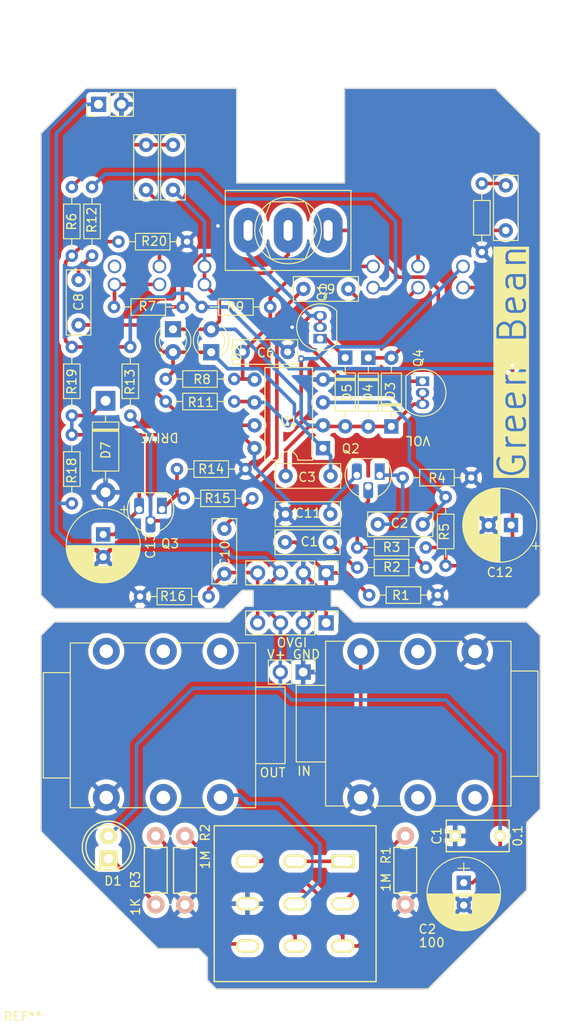
<source format=kicad_pcb>
(kicad_pcb (version 20221018) (generator pcbnew)
  (layers (0 "F.Cu" signal) (31 "B.Cu" signal) (34 "B.Paste" user) (35 "F.Paste" user) (36 "B.SilkS" user "B.Silkscreen") (37 "F.SilkS" user "F.Silkscreen") (38 "B.Mask" user) (39 "F.Mask" user) (44 "Edge.Cuts" user))
  (net 0 "")
  (net 1 "Net-(C1-Pad2)")
  (net 2 "Net-(Q2-E)")
  (net 3 "Net-(U1A-+)")
  (net 4 "A")
  (net 5 "Net-(C4-Pad1)")
  (net 6 "B")
  (net 7 "Net-(C5-Pad2)")
  (net 8 "Net-(U1B-+)")
  (net 9 "Net-(C7-Pad1)")
  (net 10 "Net-(C7-Pad2)")
  (net 11 "Net-(C8-Pad1)")
  (net 12 "Net-(C8-Pad2)")
  (net 13 "Net-(C9-Pad1)")
  (net 14 "Net-(Q3-B)")
  (net 15 "Net-(C10-Pad1)")
  (net 16 "+9V")
  (net 17 "Net-(D3-A)")
  (net 18 "Net-(D5-K)")
  (net 19 "VC")
  (net 20 "Net-(Q1-D)")
  (net 21 "Net-(Q2-B)")
  (net 22 "VB")
  (net 23 "Net-(DRIVE1-Pad2)")
  (net 24 "Net-(U1B--)")
  (net 25 "Net-(R12-Pad2)")
  (net 26 "Net-(Q3-E)")
  (net 27 "GND")
  (net 28 "{slash}I")
  (net 29 "{slash}O")
  (net 31 "Net-(D1-Pad1)")
  (net 32 "Net-(J2-Pad2)")
  (net 33 "Net-(J3-Pad2)")
  (net 34 "Net-(R3-Pad2)")
  (net 35 "Net-(SW1-Pad1)")
  (net 36 "/O")
  (net 37 "/I")
  (footprint "Package_TO_SOT_THT:TO-92_Inline" (layer "F.Cu") (at 164 85.5 -90)
    (fp_text reference "Q4")
    (fp_text value "2N7000")
  )
  (footprint "Resistor_THT:R_Axial_DIN0204_L3.6mm_D1.6mm_P7.62mm_Horizontal" (layer "F.Cu") (at 132.59 109.4)
    (fp_text reference "R16")
    (fp_text value "10k")
  )
  (footprint "Resistor_THT:R_Axial_DIN0204_L3.6mm_D1.6mm_P7.62mm_Horizontal" (layer "F.Cu") (at 164.36 106.18 180)
    (fp_text reference "R2")
    (fp_text value "1k")
  )
  (footprint "Resistor_THT:R_Axial_DIN0204_L3.6mm_D1.6mm_P7.62mm_Horizontal" (layer "F.Cu") (at 125 81.69 -90)
    (fp_text reference "R19")
    (fp_text value "10k")
  )
  (footprint "Resistor_THT:R_Axial_DIN0204_L3.6mm_D1.6mm_P7.62mm_Horizontal" (layer "F.Cu") (at 131.5 89.31 90)
    (fp_text reference "R13")
    (fp_text value "510k")
  )
  (footprint "Capacitor_THT:C_Disc_D7.0mm_W2.5mm_P5.00mm" (layer "F.Cu") (at 141.96 101.88 -90)
    (fp_text reference "C10")
    (fp_text value "1u")
  )
  (footprint "Diode_THT:D_DO-35_SOD27_P7.62mm_Horizontal" (layer "F.Cu") (at 157.97 82.9 -90)
    (fp_text reference "D4")
    (fp_text value "1N914" hide)
  )
  (footprint "Capacitor_THT:C_Disc_D7.0mm_W2.5mm_P5.00mm" (layer "F.Cu") (at 173.25 63.75 -90)
    (fp_text reference "C7" hide)
    (fp_text value "220n" hide)
  )
  (footprint "Resistor_THT:R_Axial_DIN0204_L3.6mm_D1.6mm_P7.62mm_Horizontal" (layer "F.Cu") (at 165.68 109.24 180)
    (fp_text reference "R1")
    (fp_text value "1M")
  )
  (footprint "Connectors:NMJ6HCD2" (layer "F.Cu") (at 128.83 131.71 90)
    (fp_text reference "J3" hide)
    (fp_text value "OUT")
  )
  (footprint "Resistor_THT:R_Axial_DIN0204_L3.6mm_D1.6mm_P7.62mm_Horizontal" (layer "F.Cu") (at 156.74 103.96)
    (fp_text reference "R3")
    (fp_text value "510k")
  )
  (footprint "Capacitors_ThroughHole:C_Rect_L7_W3.5_P5" (layer "F.Cu") (at 167.63 135.98)
    (fp_text reference "C1")
    (fp_text value "0.1")
  )
  (footprint "Pedal-Components:Potentiometer_ALPHA_RV16106N" (layer "F.Cu") (at 163.5 56.25)
    (fp_text reference "TONE" hide)
    (fp_text value "20KB" hide)
  )
  (footprint "Capacitor_THT:C_Disc_D7.0mm_W2.5mm_P5.00mm" (layer "F.Cu") (at 155.75 75.25 180)
    (fp_text reference "C9")
    (fp_text value "100n")
  )
  (footprint "KiCad Lib:1590B" (layer "F.Cu") (at 119.543692 155.529085)
    (fp_text reference "REF**")
    (fp_text value "1590B")
  )
  (footprint "KiCad Lib:3PDT-Footswitch" (layer "F.Cu") (at 149.83 143.505 180)
    (fp_text reference "SW1" hide)
    (fp_text value "SW_3PDT" hide)
  )
  (footprint "Capacitor_THT:C_Disc_D7.0mm_W2.5mm_P5.00mm" (layer "F.Cu") (at 148.77 96.01)
    (fp_text reference "C3")
    (fp_text value "51p")
  )
  (footprint "Resistor_THT:R_Axial_DIN0204_L3.6mm_D1.6mm_P7.62mm_Horizontal" (layer "F.Cu") (at 125 71.56 90)
    (fp_text reference "R6")
    (fp_text value "4k7")
  )
  (footprint "Capacitor_THT:C_Disc_D7.0mm_W2.5mm_P5.00mm" (layer "F.Cu") (at 159.02 101.38)
    (fp_text reference "C2")
    (fp_text value "1u")
  )
  (footprint "Package_TO_SOT_THT:TO-92_Inline" (layer "F.Cu") (at 152.61 80.77 90)
    (fp_text reference "Q1")
    (fp_text value "2N7000")
  )
  (footprint "Capacitor_THT:C_Disc_D7.0mm_W2.5mm_P5.00mm" (layer "F.Cu") (at 133.25 59.25 -90)
    (fp_text reference "C5" hide)
    (fp_text value "150n" hide)
  )
  (footprint "Resistor_THT:R_Axial_DIN0204_L3.6mm_D1.6mm_P7.62mm_Horizontal" (layer "F.Cu") (at 166.57 98.36 -90)
    (fp_text reference "R5")
    (fp_text value "10k")
  )
  (footprint "Package_DIP:DIP-8_W7.62mm" (layer "F.Cu") (at 152.93 92.93 180)
    (fp_text reference "U1")
    (fp_text value "RC4558")
  )
  (footprint "Pin_Headers:Pin_Header_Straight_1x04_Pitch2.54mm" (layer "F.Cu") (at 153.28 112.33 -90)
    (fp_text reference "JOVGI1" hide)
    (fp_text value "OVGI")
  )
  (footprint "Resistor_THT:R_Axial_DIN0204_L3.6mm_D1.6mm_P7.62mm_Horizontal" (layer "F.Cu") (at 170.59 71.16 90)
    (fp_text reference "R10" hide)
    (fp_text value "220R" hide)
  )
  (footprint "Pedal-Components:Potentiometer_ALPHA_RV16106N" (layer "F.Cu") (at 134.75 91.25 180)
    (fp_text reference "DRIVE")
    (fp_text value "500KA")
  )
  (footprint "Resistor_THT:R_Axial_DIN0204_L3.6mm_D1.6mm_P7.62mm_Horizontal" (layer "F.Cu") (at 135.44 85.25)
    (fp_text reference "R8")
    (fp_text value "1k")
  )
  (footprint "Pedal-Components:Potentiometer_ALPHA_RV16106N" (layer "F.Cu") (at 134.75 56.25)
    (fp_text reference "LOW" hide)
    (fp_text value "20KB" hide)
  )
  (footprint "Hammond:SW_Toggle_Blue_wSlots" (layer "F.Cu") (at 149.05 68.75 180)
    (fp_text reference "SW1" hide)
    (fp_text value "SW_SPDT" hide)
  )
  (footprint "Resistor_THT:R_Axial_DIN0204_L3.6mm_D1.6mm_P7.62mm_Horizontal" (layer "F.Cu") (at 129.69 77.25)
    (fp_text reference "R7")
    (fp_text value "51k")
  )
  (footprint "LED_THT:LED_D3.0mm" (layer "F.Cu") (at 136.25 79.725 -90)
    (fp_text reference "D1" hide)
    (fp_text value "LED" hide)
  )
  (footprint "Diode_THT:D_DO-41_SOD81_P10.16mm_Horizontal" (layer "F.Cu") (at 128.75 87.67 -90)
    (fp_text reference "D7")
    (fp_text value "1N4001" hide)
  )
  (footprint "Resistor_THT:R_Axial_DIN0204_L3.6mm_D1.6mm_P7.62mm_Horizontal" (layer "F.Cu") (at 147.06 77.25 180)
    (fp_text reference "R9")
    (fp_text value "10k" hide)
  )
  (footprint "Pin_Headers:Pin_Header_Straight_1x02_Pitch2.54mm" (layer "F.Cu") (at 150.72 117.79 -90)
    (fp_text reference "J4" hide)
    (fp_text value "V+ GND")
  )
  (footprint "Diode_THT:D_DO-35_SOD27_P7.62mm_Horizontal" (layer "F.Cu") (at 155.4 82.88 -90)
    (fp_text reference "D5")
    (fp_text value "BAT41")
  )
  (footprint "Resistors_ThroughHole:Resistor_Horizontal_RM7mm" (layer "F.Cu") (at 137.58 136 -90)
    (fp_text reference "R2")
    (fp_text value "1M")
  )
  (footprint "Capacitor_THT:C_Disc_D7.0mm_W2.5mm_P5.00mm" (layer "F.Cu") (at 136.25 59.25 -90)
    (fp_text reference "C4" hide)
    (fp_text value "47n" hide)
  )
  (footprint "LEDs:LED-5MM" (layer "F.Cu") (at 129.08 138.52 90)
    (fp_text reference "D1")
    (fp_text value "LED" hide)
  )
  (footprint "Resistor_THT:R_Axial_DIN0204_L3.6mm_D1.6mm_P7.62mm_Horizontal" (layer "F.Cu") (at 127.25 71.56 90)
    (fp_text reference "R12")
    (fp_text value "1k" hide)
  )
  (footprint "Resistors_ThroughHole:Resistor_Horizontal_RM7mm" (layer "F.Cu") (at 134.33 143.6 90)
    (fp_text reference "R3")
    (fp_text value "1K")
  )
  (footprint "Capacitor_THT:C_Disc_D7.0mm_W2.5mm_P5.00mm" (layer "F.Cu") (at 125.75 79.25 90)
    (fp_text reference "C8")
    (fp_text value "1u")
  )
  (footprint "LED_THT:LED_D3.0mm" (layer "F.Cu") (at 140.5 82.275 90)
    (fp_text reference "D2")
    (fp_text value "LED" hide)
  )
  (footprint "Resistors_ThroughHole:Resistor_Horizontal_RM7mm" (layer "F.Cu") (at 162.08 135.98 -90)
    (fp_text reference "R1")
    (fp_text value "1M")
  )
  (footprint "Resistor_THT:R_Axial_DIN0204_L3.6mm_D1.6mm_P7.62mm_Horizontal" (layer "F.Cu") (at 144.31 95.25 180)
    (fp_text reference "R14")
    (fp_text value "10k")
  )
  (footprint "Package_TO_SOT_THT:TO-92L_HandSolder" (layer "F.Cu") (at 135.02 99.73 180)
    (fp_text reference "Q3")
    (fp_text value "Q_NPN_EBC" hide)
  )
  (footprint "Capacitor_THT:CP_Radial_D8.0mm_P2.50mm" (layer "F.Cu") (at 128.49 102.51 -90)
    (fp_text reference "C13")
    (fp_text value "C_Polarized" hide)
  )
  (footprint "Resistor_THT:R_Axial_DIN0204_L3.6mm_D1.6mm_P7.62mm_Horizontal" (layer "F.Cu") (at 125 91.44 -90)
    (fp_text reference "R18")
    (fp_text value "47R")
  )
  (footprint "Connectors:NMJ6HCD2" (layer "F.Cu") (at 169.83 115.51 -90)
    (fp_text reference "J2" hide)
    (fp_text value "IN")
  )
  (footprint "Capacitor_THT:C_Disc_D7.0mm_W2.5mm_P5.00mm" (layer "F.Cu") (at 148.71 103.37)
    (fp_text reference "C1")
    (fp_text value "20n")
  )
  (footprint "Package_TO_SOT_THT:TO-92L_HandSolder" (layer "F.Cu") (at 159.23 95.93 180)
    (fp_text reference "Q2")
    (fp_text value "Q_NPN_EBC" hide)
  )
  (footprint "Capacitor_THT:C_Disc_D7.0mm_W2.5mm_P5.00mm" (layer "F.Cu") (at 149 82.25 180)
    (fp_text reference "C6")
    (fp_text value "220n")
  )
  (footprint "Resistor_THT:R_Axial_DIN0204_L3.6mm_D1.6mm_P7.62mm_Horizontal" (layer "F.Cu") (at 143.06 87.75 180)
    (fp_text reference "R11")
    (fp_text value "1k")
  )
  (footprint "Diode_THT:D_DO-35_SOD27_P7.62mm_Horizontal" (layer "F.Cu") (at 160.53 90.52 90)
    (fp_text reference "D3")
    (fp_text value "1N914" hide)
  )
  (footprint "Pin_Headers:Pin_Header_Straight_1x02_Pitch2.54mm" (layer "F.Cu") (at 127.975 54.75 90)
    (fp_text reference "J1" hide)
    (fp_text value "V+ GND" hide)
  )
  (footprint "Resistor_THT:R_Axial_DIN0204_L3.6mm_D1.6mm_P7.62mm_Horizontal" (layer "F.Cu") (at 137.81 70 180)
    (fp_text reference "R20")
    (fp_text value "10k" hide)
  )
  (footprint "Capacitors_THT:CP_Radial_D8.0mm_P2.50mm" (layer "F.Cu") (at 168.58 141.18 -90)
    (fp_text reference "C2")
    (fp_text value "100")
  )
  (footprint "Pedal-Components:Potentiometer_ALPHA_RV16106N" (layer "F.Cu") (at 163.5 91.604168 180)
    (fp_text reference "VOL")
    (fp_text value "100KB")
  )
  (footprint "Resistor_THT:R_Axial_DIN0204_L3.6mm_D1.6mm_P7.62mm_Horizontal" (layer "F.Cu") (at 169.41 96.2 180)
    (fp_text reference "R4")
    (fp_text value "10k")
  )
  (footprint "Capacitor_THT:C_Disc_D7.0mm_W2.5mm_P5.00mm" (layer "F.Cu") (at 148.75 100.25)
    (fp_text reference "C11")
    (fp_text value "220n")
  )
  (footprint "Capacitor_THT:CP_Radial_D8.0mm_P2.50mm" (layer "F.Cu") (at 173.842651 101.47 180)
    (fp_text reference "C12")
    (fp_text value "C_Polarized" hide)
  )
  (footprint "Pin_Headers:Pin_Header_Straight_1x04_Pitch2.54mm" (layer "F.Cu") (at 153.28 106.78 -90)
    (fp_text reference "JOVGI2" hide)
    (fp_text value "OVGI" hide)
  )
  (footprint "Resistor_THT:R_Axial_DIN0204_L3.6mm_D1.6mm_P7.62mm_Horizontal" (layer "F.Cu") (at 137.44 98.5)
    (fp_text reference "R15")
    (fp_text value "100R")
  )
  (gr_line (start 144.28 110.48) (end 145.17 110.48) (stroke (width 0.15)) (layer "Edge.Cuts"))
  (gr_line (start 175.58 141.98) (end 164.58 152.98) (stroke (width 0.15)) (layer "Edge.Cuts"))
  (gr_line (start 175.58 134.48) (end 177.08 132.98) (stroke (width 0.15)) (layer "Edge.Cuts"))
  (gr_line (start 143.33 63.48) (end 155.33 63.48) (stroke (width 0.15)) (layer "Edge.Cuts"))
  (gr_line (start 121.58 135.48) (end 121.58 121.98) (stroke (width 0.15)) (layer "Edge.Cuts"))
  (gr_line (start 172.08 52.98) (end 177.08 57.98) (stroke (width 0.15)) (layer "Edge.Cuts"))
  (gr_line (start 154.58 110.48) (end 156.33 112.23) (stroke (width 0.15)) (layer "Edge.Cuts"))
  (gr_line (start 141.93 110.73) (end 123.08 110.73) (stroke (width 0.15)) (layer "Edge.Cuts"))
  (gr_line (start 175.58 110.73) (end 177.08 109.23) (stroke (width 0.15)) (layer "Edge.Cuts"))
  (gr_line (start 143.93 108.71) (end 141.93 110.73) (stroke (width 0.15)) (layer "Edge.Cuts"))
  (gr_line (start 177.08 85.98) (end 177.08 57.98) (stroke (width 0.15)) (layer "Edge.Cuts"))
  (gr_line (start 177.08 109.23) (end 177.08 85.98) (stroke (width 0.15)) (layer "Edge.Cuts"))
  (gr_line (start 141.08 152.98) (end 140.08 151.98) (stroke (width 0.15)) (layer "Edge.Cuts"))
  (gr_line (start 177.08 132.98) (end 177.08 113.73) (stroke (width 0.15)) (layer "Edge.Cuts"))
  (gr_line (start 155.08 108.73) (end 157.08 110.73) (stroke (width 0.15)) (layer "Edge.Cuts"))
  (gr_line (start 153.84 110.48) (end 154.58 110.48) (stroke (width 0.15)) (layer "Edge.Cuts"))
  (gr_line (start 155.33 63.48) (end 155.33 52.98) (stroke (width 0.15)) (layer "Edge.Cuts"))
  (gr_line (start 155.08 108.73) (end 153.84 108.73) (stroke (width 0.15)) (layer "Edge.Cuts"))
  (gr_line (start 141.08 152.98) (end 164.58 152.98) (stroke (width 0.15)) (layer "Edge.Cuts"))
  (gr_line (start 145.17 110.48) (end 145.17 108.71) (stroke (width 0.15)) (layer "Edge.Cuts"))
  (gr_line (start 123.08 110.73) (end 121.58 109.23) (stroke (width 0.15)) (layer "Edge.Cuts"))
  (gr_line (start 156.33 112.23) (end 171.33 112.23) (stroke (width 0.15)) (layer "Edge.Cuts"))
  (gr_line (start 134.58 148.48) (end 133.58 147.48) (stroke (width 0.15)) (layer "Edge.Cuts"))
  (gr_line (start 121.58 113.73) (end 121.58 121.98) (stroke (width 0.15)) (layer "Edge.Cuts"))
  (gr_line (start 140.08 149.48) (end 139.08 148.48) (stroke (width 0.15)) (layer "Edge.Cuts"))
  (gr_line (start 123.08 110.73) (end 123.08 110.73) (stroke (width 0.15)) (layer "Edge.Cuts"))
  (gr_line (start 140.08 151.98) (end 140.08 149.48) (stroke (width 0.15)) (layer "Edge.Cuts"))
  (gr_line (start 155.33 52.98) (end 172.08 52.98) (stroke (width 0.15)) (layer "Edge.Cuts"))
  (gr_line (start 142.53 112.23) (end 123.58 112.23) (stroke (width 0.15)) (layer "Edge.Cuts"))
  (gr_line (start 139.08 148.48) (end 135.08 148.48) (stroke (width 0.15)) (layer "Edge.Cuts"))
  (gr_line (start 123.08 112.23) (end 121.58 113.73) (stroke (width 0.15)) (layer "Edge.Cuts"))
  (gr_line (start 177.08 113.73) (end 175.58 112.23) (stroke (width 0.15)) (layer "Edge.Cuts"))
  (gr_line (start 175.58 134.48) (end 175.58 141.98) (stroke (width 0.15)) (layer "Edge.Cuts"))
  (gr_line (start 135.08 148.48) (end 134.58 148.48) (stroke (width 0.15)) (layer "Edge.Cuts"))
  (gr_line (start 143.33 52.98) (end 126.58 52.98) (stroke (width 0.15)) (layer "Edge.Cuts"))
  (gr_line (start 123.58 112.23) (end 123.08 112.23) (stroke (width 0.15)) (layer "Edge.Cuts"))
  (gr_line (start 153.84 108.73) (end 153.84 110.48) (stroke (width 0.15)) (layer "Edge.Cuts"))
  (gr_line (start 157.08 110.73) (end 175.58 110.73) (stroke (width 0.15)) (layer "Edge.Cuts"))
  (gr_line (start 121.58 57.98) (end 121.58 109.23) (stroke (width 0.15)) (layer "Edge.Cuts"))
  (gr_line (start 175.58 112.23) (end 171.33 112.23) (stroke (width 0.15)) (layer "Edge.Cuts"))
  (gr_line (start 143.33 52.98) (end 143.33 63.48) (stroke (width 0.15)) (layer "Edge.Cuts"))
  (gr_line (start 145.17 108.71) (end 143.93 108.71) (stroke (width 0.15)) (layer "Edge.Cuts"))
  (gr_line (start 144.28 110.48) (end 142.53 112.23) (stroke (width 0.15)) (layer "Edge.Cuts"))
  (gr_line (start 121.58 57.98) (end 126.58 52.98) (stroke (width 0.15)) (layer "Edge.Cuts"))
  (gr_line (start 133.58 147.48) (end 121.58 135.48) (stroke (width 0.15)) (layer "Edge.Cuts"))
  (gr_text "Green Bean" (at 175.74 96.52 90) (layer "F.SilkS" knockout) (effects (font (size 3 3) (thickness 0.3)) (justify left bottom)))
  (segment (start 153.71 103.37) (end 156.52 106.18) (width 0.4) (layer "F.Cu") (net 1))
  (segment (start 159.02 101.38) (end 160.47 101.38) (width 0.4) (layer "B.Cu") (net 2))
  (segment (start 159.23 95.93) (end 161.52 95.93) (width 0.4) (layer "B.Cu") (net 2))
  (segment (start 160.47 101.38) (end 161.79 100.06) (width 0.4) (layer "B.Cu") (net 2))
  (segment (start 161.79 100.06) (end 161.79 96.2) (width 0.4) (layer "B.Cu") (net 2))
  (segment (start 160.26 87.85) (end 152.93 87.85) (width 0.4) (layer "B.Cu") (net 3))
  (segment (start 162.54 90.13) (end 162.54 94.33) (width 0.4) (layer "B.Cu") (net 3))
  (segment (start 162.54 94.33) (end 166.57 98.36) (width 0.4) (layer "B.Cu") (net 3))
  (segment (start 164.02 101.38) (end 166.57 98.83) (width 0.4) (layer "B.Cu") (net 3))
  (segment (start 162.54 90.13) (end 160.26 87.85) (width 0.4) (layer "B.Cu") (net 3))
  (segment (start 148.77 93.13) (end 148.77 96.01) (width 0.4) (layer "F.Cu") (net 4))
  (segment (start 163.01 88.04) (end 164 88.04) (width 0.4) (layer "F.Cu") (net 4))
  (segment (start 151.38 90.52) (end 148.77 93.13) (width 0.4) (layer "F.Cu") (net 4))
  (segment (start 140.49 79.725) (end 140.5 79.735) (width 0.4) (layer "F.Cu") (net 4))
  (segment (start 141.4 78.835) (end 140.5 79.735) (width 0.4) (layer "F.Cu") (net 4))
  (segment (start 160.53 90.52) (end 151.38 90.52) (width 0.4) (layer "F.Cu") (net 4))
  (segment (start 139.75 72.75) (end 139.75 74.75) (width 0.4) (layer "F.Cu") (net 4))
  (segment (start 136.25 79.725) (end 140.49 79.725) (width 0.4) (layer "F.Cu") (net 4))
  (segment (start 141.4 76.4) (end 141.4 78.835) (width 0.4) (layer "F.Cu") (net 4))
  (segment (start 164 86.77) (end 164 88.04) (width 0.4) (layer "F.Cu") (net 4))
  (segment (start 160.53 90.52) (end 163.01 88.04) (width 0.4) (layer "F.Cu") (net 4))
  (segment (start 139.75 74.75) (end 141.4 76.4) (width 0.4) (layer "F.Cu") (net 4))
  (segment (start 143.182057 79.735) (end 150.5 87.052943) (width 0.4) (layer "B.Cu") (net 4))
  (segment (start 140.5 79.735) (end 143.182057 79.735) (width 0.4) (layer "B.Cu") (net 4))
  (segment (start 150.5 87.052943) (end 150.5 89.605) (width 0.4) (layer "B.Cu") (net 4))
  (segment (start 150.5 89.605) (end 151.285 90.39) (width 0.4) (layer "B.Cu") (net 4))
  (segment (start 151.285 90.39) (end 152.93 90.39) (width 0.4) (layer "B.Cu") (net 4))
  (segment (start 139.75 67.75) (end 136.25 64.25) (width 0.4) (layer "B.Cu") (net 4))
  (segment (start 139.75 72.75) (end 139.75 67.75) (width 0.4) (layer "B.Cu") (net 4))
  (segment (start 133.25 59.25) (end 129.69 59.25) (width 0.4) (layer "F.Cu") (net 5))
  (segment (start 129.69 59.25) (end 125 63.94) (width 0.4) (layer "F.Cu") (net 5))
  (segment (start 136.25 59.25) (end 133.25 59.25) (width 0.4) (layer "F.Cu") (net 5))
  (segment (start 149.05 71.45) (end 149.05 68.75) (width 0.4) (layer "F.Cu") (net 6))
  (segment (start 137.31 77.25) (end 137.31 73.546683) (width 0.4) (layer "F.Cu") (net 6))
  (segment (start 147 73.5) (end 149.05 71.45) (width 0.4) (layer "F.Cu") (net 6))
  (segment (start 134.5 81.5) (end 135.265 82.265) (width 0.4) (layer "F.Cu") (net 6))
  (segment (start 139.356683 71.5) (end 141 71.5) (width 0.4) (layer "F.Cu") (net 6))
  (segment (start 136.25 84.44) (end 135.44 85.25) (width 0.4) (layer "F.Cu") (net 6))
  (segment (start 137.31 73.546683) (end 139.356683 71.5) (width 0.4) (layer "F.Cu") (net 6))
  (segment (start 136.26 82.275) (end 136.25 82.265) (width 0.4) (layer "F.Cu") (net 6))
  (segment (start 141 71.5) (end 143 73.5) (width 0.4) (layer "F.Cu") (net 6))
  (segment (start 136.25 82.265) (end 136.25 84.44) (width 0.4) (layer "F.Cu") (net 6))
  (segment (start 135.265 82.265) (end 136.25 82.265) (width 0.4) (layer "F.Cu") (net 6))
  (segment (start 140.5 82.275) (end 136.26 82.275) (width 0.4) (layer "F.Cu") (net 6))
  (segment (start 135 77.25) (end 134.5 77.75) (width 0.4) (layer "F.Cu") (net 6))
  (segment (start 134.5 77.75) (end 134.5 81.5) (width 0.4) (layer "F.Cu") (net 6))
  (segment (start 143 73.5) (end 147 73.5) (width 0.4) (layer "F.Cu") (net 6))
  (segment (start 137.31 77.25) (end 135 77.25) (width 0.4) (layer "F.Cu") (net 6))
  (segment (start 140.5 82.275) (end 142.335 84.11) (width 0.4) (layer "B.Cu") (net 6))
  (segment (start 149.75 89.75) (end 152.93 92.93) (width 0.4) (layer "B.Cu") (net 6))
  (segment (start 149.75 88.052943) (end 149.75 89.75) (width 0.4) (layer "B.Cu") (net 6))
  (segment (start 145.807057 84.11) (end 149.75 88.052943) (width 0.4) (layer "B.Cu") (net 6))
  (segment (start 153.77 93.77) (end 152.93 92.93) (width 0.4) (layer "B.Cu") (net 6))
  (segment (start 153.77 96.01) (end 153.77 93.77) (width 0.4) (layer "B.Cu") (net 6))
  (segment (start 142.335 84.11) (end 145.807057 84.11) (width 0.4) (layer "B.Cu") (net 6))
  (segment (start 134.75 65.75) (end 133.25 64.25) (width 0.4) (layer "F.Cu") (net 7))
  (segment (start 134.75 72.75) (end 134.75 65.75) (width 0.4) (layer "F.Cu") (net 7))
  (segment (start 147.06 77.25) (end 147.06 76.260051) (width 0.4) (layer "F.Cu") (net 8))
  (segment (start 147.06 77.25) (end 147.06 79.19) (width 0.4) (layer "F.Cu") (net 8))
  (segment (start 144 85.25) (end 145.25 85.25) (width 0.4) (layer "F.Cu") (net 8))
  (segment (start 145.25 85.25) (end 145.31 85.31) (width 0.4) (layer "F.Cu") (net 8))
  (segment (start 143.06 85.25) (end 144 85.25) (width 0.4) (layer "F.Cu") (net 8))
  (segment (start 147.06 76.260051) (end 150.570051 72.75) (width 0.4) (layer "F.Cu") (net 8))
  (segment (start 150.570051 72.75) (end 158.5 72.75) (width 0.4) (layer "F.Cu") (net 8))
  (segment (start 147.06 79.19) (end 144 82.25) (width 0.4) (layer "F.Cu") (net 8))
  (segment (start 144 82.25) (end 144 85.25) (width 0.4) (layer "F.Cu") (net 8))
  (segment (start 170.59 63.54) (end 173.04 63.54) (width 0.4) (layer "F.Cu") (net 9))
  (segment (start 173.04 63.54) (end 173.25 63.75) (width 0.4) (layer "F.Cu") (net 9))
  (segment (start 163.5 70.75) (end 163.5 72.75) (width 0.4) (layer "F.Cu") (net 10))
  (segment (start 173.25 68.75) (end 165.5 68.75) (width 0.4) (layer "F.Cu") (net 10))
  (segment (start 165.5 68.75) (end 163.5 70.75) (width 0.4) (layer "F.Cu") (net 10))
  (segment (start 135.44 87.75) (end 138.08 90.39) (width 0.4) (layer "F.Cu") (net 11))
  (segment (start 125.75 79.25) (end 132.25 79.25) (width 0.4) (layer "F.Cu") (net 11))
  (segment (start 138.08 90.39) (end 145.31 90.39) (width 0.4) (layer "F.Cu") (net 11))
  (segment (start 133.5 80.5) (end 133.5 85.81) (width 0.4) (layer "F.Cu") (net 11))
  (segment (start 132.25 79.25) (end 133.5 80.5) (width 0.4) (layer "F.Cu") (net 11))
  (segment (start 133.5 85.81) (end 135.44 87.75) (width 0.4) (layer "F.Cu") (net 11))
  (segment (start 125.75 73.06) (end 127.25 71.56) (width 0.4) (layer "F.Cu") (net 12))
  (segment (start 125.75 74.25) (end 125.75 73.06) (width 0.4) (layer "F.Cu") (net 12))
  (segment (start 155.75 75.25) (end 157 76.5) (width 0.4) (layer "F.Cu") (net 13))
  (segment (start 157 76.5) (end 162.104168 76.5) (width 0.4) (layer "F.Cu") (net 13))
  (segment (start 162.104168 76.5) (end 163.5 75.104168) (width 0.4) (layer "F.Cu") (net 13))
  (segment (start 147.8 93.95) (end 145.1 96.65) (width 0.4) (layer "F.Cu") (net 14))
  (segment (start 141.85 96.65) (end 137.5 101) (width 0.4) (layer "F.Cu") (net 14))
  (segment (start 150.75 75.25) (end 147.8 78.2) (width 0.4) (layer "F.Cu") (net 14))
  (segment (start 137.5 101) (end 133.75 101) (width 0.4) (layer "F.Cu") (net 14))
  (segment (start 147.8 78.2) (end 147.8 93.95) (width 0.4) (layer "F.Cu") (net 14))
  (segment (start 145.1 96.65) (end 141.85 96.65) (width 0.4) (layer "F.Cu") (net 14))
  (segment (start 133.75 91.56) (end 131.5 89.31) (width 0.4) (layer "B.Cu") (net 14))
  (segment (start 133.75 101) (end 133.75 91.56) (width 0.4) (layer "B.Cu") (net 14))
  (segment (start 145.06 98.5) (end 141.96 101.6) (width 0.4) (layer "F.Cu") (net 15))
  (segment (start 141.96 101.6) (end 141.96 101.88) (width 0.4) (layer "F.Cu") (net 15))
  (segment (start 172.63 138.13) (end 172.63 135.98) (width 0.4) (layer "F.Cu") (net 16))
  (segment (start 148.2 112.33) (end 147.08 111.21) (width 0.4) (layer "F.Cu") (net 16))
  (segment (start 147.08 107.9) (end 148.2 106.78) (width 0.4) (layer "F.Cu") (net 16))
  (segment (start 147.08 111.21) (end 147.08 107.9) (width 0.4) (layer "F.Cu") (net 16))
  (segment (start 169.58 141.18) (end 172.63 138.13) (width 0.4) (layer "F.Cu") (net 16))
  (segment (start 168.58 141.18) (end 169.58 141.18) (width 0.4) (layer "F.Cu") (net 16))
  (segment (start 126.5 54.75) (end 127.975 54.75) (width 0.4) (layer "B.Cu") (net 16))
  (segment (start 123.28 99) (end 123.28 102.08) (width 0.4) (layer "B.Cu") (net 16))
  (segment (start 138.48 119.58) (end 132.18 125.88) (width 0.4) (layer "B.Cu") (net 16))
  (segment (start 123.28 99) (end 123.34 99.06) (width 0.4) (layer "B.Cu") (net 16))
  (segment (start 146.5 105.08) (end 148.2 106.78) (width 0.4) (layer "B.Cu") (net 16))
  (segment (start 148.18 117.79) (end 148.18 119.08) (width 0.4) (layer "B.Cu") (net 16))
  (segment (start 123.28 57.97) (end 126.5 54.75) (width 0.4) (layer "B.Cu") (net 16))
  (segment (start 123.34 99.06) (end 125 99.06) (width 0.4) (layer "B.Cu") (net 16))
  (segment (start 172.63 126.93) (end 172.63 135.98) (width 0.4) (layer "B.Cu") (net 16))
  (segment (start 124.91 103.71) (end 141.512943 103.71) (width 0.4) (layer "B.Cu") (net 16))
  (segment (start 148.18 119.08) (end 148.18 119.58) (width 0.4) (layer "B.Cu") (net 16))
  (segment (start 148.18 119.58) (end 138.48 119.58) (width 0.4) (layer "B.Cu") (net 16))
  (segment (start 132.18 132.88) (end 129.08 135.98) (width 0.4) (layer "B.Cu") (net 16))
  (segment (start 132.18 125.88) (end 132.18 132.88) (width 0.4) (layer "B.Cu") (net 16))
  (segment (start 123.28 99) (end 123.28 57.97) (width 0.4) (layer "B.Cu") (net 16))
  (segment (start 149.48 120.88) (end 166.58 120.88) (width 0.4) (layer "B.Cu") (net 16))
  (segment (start 166.58 120.88) (end 172.63 126.93) (width 0.4) (layer "B.Cu") (net 16))
  (segment (start 142.882943 105.08) (end 146.5 105.08) (width 0.4) (layer "B.Cu") (net 16))
  (segment (start 148.2 113.532081) (end 148.18 113.552081) (width 0.4) (layer "B.Cu") (net 16))
  (segment (start 148.18 119.58) (end 149.48 120.88) (width 0.4) (layer "B.Cu") (net 16))
  (segment (start 148.18 113.552081) (end 148.18 119.08) (width 0.4) (layer "B.Cu") (net 16))
  (segment (start 141.512943 103.71) (end 142.882943 105.08) (width 0.4) (layer "B.Cu") (net 16))
  (segment (start 148.2 112.33) (end 148.2 113.532081) (width 0.4) (layer "B.Cu") (net 16))
  (segment (start 123.28 102.08) (end 124.91 103.71) (width 0.4) (layer "B.Cu") (net 16))
  (segment (start 161.335485 73.942168) (end 156.143317 68.75) (width 0.4) (layer "F.Cu") (net 17))
  (segment (start 164.442168 73.942168) (end 161.335485 73.942168) (width 0.4) (layer "F.Cu") (net 17))
  (segment (start 165.75 77.68) (end 165.75 75.25) (width 0.4) (layer "F.Cu") (net 17))
  (segment (start 160.53 82.9) (end 157.97 82.9) (width 0.4) (layer "F.Cu") (net 17))
  (segment (start 156.143317 68.75) (end 153.5 68.75) (width 0.4) (layer "F.Cu") (net 17))
  (segment (start 165.75 75.25) (end 164.442168 73.942168) (width 0.4) (layer "F.Cu") (net 17))
  (segment (start 160.53 82.9) (end 165.75 77.68) (width 0.4) (layer "F.Cu") (net 17))
  (segment (start 152.61 80.77) (end 153.29 80.77) (width 0.4) (layer "F.Cu") (net 18))
  (segment (start 153.29 80.77) (end 155.4 82.88) (width 0.4) (layer "F.Cu") (net 18))
  (segment (start 132.5 91.44) (end 143.82 91.44) (width 0.4) (layer "F.Cu") (net 19))
  (segment (start 125 89.31) (end 127.11 89.31) (width 0.4) (layer "F.Cu") (net 19))
  (segment (start 132.48 99.73) (end 132.5 99.71) (width 0.4) (layer "F.Cu") (net 19))
  (segment (start 132.5 99.71) (end 132.5 91.44) (width 0.4) (layer "F.Cu") (net 19))
  (segment (start 127.11 89.31) (end 128.75 87.67) (width 0.4) (layer "F.Cu") (net 19))
  (segment (start 128.49 102.51) (end 129.7 102.51) (width 0.4) (layer "F.Cu") (net 19))
  (segment (start 125 91.44) (end 132.5 91.44) (width 0.4) (layer "F.Cu") (net 19))
  (segment (start 129.7 102.51) (end 132.48 99.73) (width 0.4) (layer "F.Cu") (net 19))
  (segment (start 143.82 91.44) (end 145.31 92.93) (width 0.4) (layer "F.Cu") (net 19))
  (segment (start 153.6 99.02) (end 156.69 95.93) (width 0.4) (layer "B.Cu") (net 19))
  (segment (start 149.33 99.02) (end 153.6 99.02) (width 0.4) (layer "B.Cu") (net 19))
  (segment (start 145.31 95) (end 149.33 99.02) (width 0.4) (layer "B.Cu") (net 19))
  (segment (start 145.31 92.93) (end 145.31 95) (width 0.4) (layer "B.Cu") (net 19))
  (segment (start 125 89.31) (end 125 91.44) (width 0.4) (layer "B.Cu") (net 19))
  (segment (start 153.6 99.02) (end 153.6 100.1) (width 0.4) (layer "B.Cu") (net 19))
  (segment (start 153.6 100.1) (end 153.75 100.25) (width 0.4) (layer "B.Cu") (net 19))
  (segment (start 151.52 78.23) (end 152.61 78.23) (width 0.4) (layer "F.Cu") (net 20))
  (segment (start 164 85.5) (end 155.265 85.5) (width 0.4) (layer "F.Cu") (net 20))
  (segment (start 155.265 85.5) (end 151 81.235) (width 0.4) (layer "F.Cu") (net 20))
  (segment (start 151 81.235) (end 151 78.75) (width 0.4) (layer "F.Cu") (net 20))
  (segment (start 151 78.75) (end 151.52 78.23) (width 0.4) (layer "F.Cu") (net 20))
  (segment (start 152.61 79.5) (end 152.61 78.23) (width 0.4) (layer "F.Cu") (net 20))
  (segment (start 144.6 71.37) (end 144.6 68.75) (width 0.4) (layer "B.Cu") (net 20))
  (segment (start 152.61 78.23) (end 151.46 78.23) (width 0.4) (layer "B.Cu") (net 20))
  (segment (start 151.46 78.23) (end 144.6 71.37) (width 0.4) (layer "B.Cu") (net 20))
  (segment (start 156.74 100.07) (end 157.96 98.85) (width 0.4) (layer "F.Cu") (net 21))
  (segment (start 156.74 103.96) (end 162.14 103.96) (width 0.4) (layer "F.Cu") (net 21))
  (segment (start 162.14 103.96) (end 164.36 106.18) (width 0.4) (layer "F.Cu") (net 21))
  (segment (start 156.74 103.96) (end 156.74 100.07) (width 0.4) (layer "F.Cu") (net 21))
  (segment (start 157.96 98.85) (end 157.96 97.2) (width 0.4) (layer "F.Cu") (net 21))
  (segment (start 124.3 72.26) (end 124.3 80.99) (width 0.4) (layer "F.Cu") (net 22))
  (segment (start 126.56 70) (end 125 71.56) (width 0.4) (layer "F.Cu") (net 22))
  (segment (start 124.3 80.99) (end 125 81.69) (width 0.4) (layer "F.Cu") (net 22))
  (segment (start 164.36 103.96) (end 166.31 103.96) (width 0.4) (layer "F.Cu") (net 22))
  (segment (start 174 83.75) (end 174 103.64) (width 0.4) (layer "F.Cu") (net 22))
  (segment (start 174 78.5) (end 170.604168 75.104168) (width 0.4) (layer "F.Cu") (net 22))
  (segment (start 130.19 70) (end 126.56 70) (width 0.4) (layer "F.Cu") (net 22))
  (segment (start 171.66 105.98) (end 166.57 105.98) (width 0.4) (layer "F.Cu") (net 22))
  (segment (start 174 103.64) (end 171.66 105.98) (width 0.4) (layer "F.Cu") (net 22))
  (segment (start 170.604168 75.104168) (end 168.5 75.104168) (width 0.4) (layer "F.Cu") (net 22))
  (segment (start 174 83.75) (end 174 78.5) (width 0.4) (layer "F.Cu") (net 22))
  (segment (start 166.31 103.96) (end 166.57 104.22) (width 0.4) (layer "F.Cu") (net 22))
  (segment (start 166.57 104.22) (end 166.57 105.98) (width 0.4) (layer "F.Cu") (net 22))
  (segment (start 125 71.56) (end 124.3 72.26) (width 0.4) (layer "F.Cu") (net 22))
  (segment (start 125 81.69) (end 131.5 81.69) (width 0.4) (layer "F.Cu") (net 22))
  (via (at 174 83.75) (size 0.8) (drill 0.4) (layers "F.Cu" "B.Cu") (net 22))
  (segment (start 133.6 76.15) (end 136.1 76.15) (width 0.4) (layer "B.Cu") (net 22))
  (segment (start 136.5 75.75) (end 137.94 75.75) (width 0.4) (layer "B.Cu") (net 22))
  (segment (start 131.5 81.69) (end 131.5 78.25) (width 0.4) (layer "B.Cu") (net 22))
  (segment (start 136.1 76.15) (end 136.5 75.75) (width 0.4) (layer "B.Cu") (net 22))
  (segment (start 174 84) (end 174 83.75) (width 0.4) (layer "B.Cu") (net 22))
  (segment (start 142.302943 77.25) (end 149.152943 84.1) (width 0.4) (layer "B.Cu") (net 22))
  (segment (start 137.94 75.75) (end 139.44 77.25) (width 0.4) (layer "B.Cu") (net 22))
  (segment (start 149.152943 84.1) (end 173.9 84.1) (width 0.4) (layer "B.Cu") (net 22))
  (segment (start 131.5 78.25) (end 133.6 76.15) (width 0.4) (layer "B.Cu") (net 22))
  (segment (start 173.9 84.1) (end 174 84) (width 0.4) (layer "B.Cu") (net 22))
  (segment (start 139.44 77.25) (end 142.302943 77.25) (width 0.4) (layer "B.Cu") (net 22))
  (segment (start 134.75 74.75) (end 129.75 74.75) (width 0.4) (layer "F.Cu") (net 23))
  (segment (start 129.75 74.75) (end 129.75 77.19) (width 0.4) (layer "F.Cu") (net 23))
  (segment (start 129.75 77.19) (end 129.69 77.25) (width 0.4) (layer "F.Cu") (net 23))
  (segment (start 150.5 88.75) (end 149 90.25) (width 0.4) (layer "F.Cu") (net 24))
  (segment (start 145.21 87.75) (end 145.31 87.85) (width 0.4) (layer "F.Cu") (net 24))
  (segment (start 150.5 83) (end 150.5 88.75) (width 0.4) (layer "F.Cu") (net 24))
  (segment (start 143.06 87.75) (end 145.21 87.75) (width 0.4) (layer "F.Cu") (net 24))
  (via (at 150.5 83) (size 0.8) (drill 0.4) (layers "F.Cu" "B.Cu") (net 24))
  (via (at 149 90.25) (size 0.8) (drill 0.4) (layers "F.Cu" "B.Cu") (net 24))
  (segment (start 168.5 72.75) (end 159.57 81.68) (width 0.4) (layer "B.Cu") (net 24))
  (segment (start 149 90.25) (end 146.6 87.85) (width 0.4) (layer "B.Cu") (net 24))
  (segment (start 152.25 83) (end 150.5 83) (width 0.4) (layer "B.Cu") (net 24))
  (segment (start 159.57 81.68) (end 153.57 81.68) (width 0.4) (layer "B.Cu") (net 24))
  (segment (start 153.57 81.68) (end 152.25 83) (width 0.4) (layer "B.Cu") (net 24))
  (segment (start 146.6 87.85) (end 145.31 87.85) (width 0.4) (layer "B.Cu") (net 24))
  (segment (start 127.25 63.94) (end 128.69 62.5) (width 0.4) (layer "B.Cu") (net 25))
  (segment (start 160 75.25) (end 158.645832 75.25) (width 0.4) (layer "B.Cu") (net 25))
  (segment (start 158.5 65.25) (end 161 67.75) (width 0.4) (layer "B.Cu") (net 25))
  (segment (start 161 67.75) (end 161 74.25) (width 0.4) (layer "B.Cu") (net 25))
  (segment (start 128.69 62.5) (end 139.25 62.5) (width 0.4) (layer "B.Cu") (net 25))
  (segment (start 161 74.25) (end 160 75.25) (width 0.4) (layer "B.Cu") (net 25))
  (segment (start 158.645832 75.25) (end 158.5 75.104168) (width 0.4) (layer "B.Cu") (net 25))
  (segment (start 142 65.25) (end 158.5 65.25) (width 0.4) (layer "B.Cu") (net 25))
  (segment (start 139.25 62.5) (end 142 65.25) (width 0.4) (layer "B.Cu") (net 25))
  (segment (start 136.69 98.06) (end 135.02 99.73) (width 0.4) (layer "F.Cu") (net 26))
  (segment (start 136.69 95.25) (end 136.69 98.06) (width 0.4) (layer "F.Cu") (net 26))
  (segment (start 135.02 99.73) (end 135.02 99.42) (width 0.4) (layer "F.Cu") (net 26))
  (segment (start 137.44 98.5) (end 137.13 98.5) (width 0.4) (layer "F.Cu") (net 26))
  (segment (start 137.13 98.5) (end 136.69 98.06) (width 0.4) (layer "F.Cu") (net 26))
  (segment (start 152.08 108.12) (end 152.08 110.99) (width 0.4) (layer "F.Cu") (net 27))
  (segment (start 150.74 106.78) (end 152.08 108.12) (width 0.4) (layer "F.Cu") (net 27))
  (segment (start 152.08 110.99) (end 150.74 112.33) (width 0.4) (layer "F.Cu") (net 27))
  (via (at 141.25 68.25) (size 0.8) (drill 0.4) (layers "F.Cu" "B.Cu") (net 27))
  (via (at 149.5 79.5) (size 0.8) (drill 0.4) (layers "F.Cu" "B.Cu") (net 27))
  (segment (start 153.28 106.78) (end 153.28 111.481472) (width 0.4) (layer "F.Cu") (net 28))
  (segment (start 155.6 106.78) (end 158.06 109.24) (width 0.4) (layer "F.Cu") (net 28))
  (segment (start 148.71 103.37) (end 149.87 103.37) (width 0.4) (layer "F.Cu") (net 28))
  (segment (start 149.87 103.37) (end 153.28 106.78) (width 0.4) (layer "F.Cu") (net 28))
  (segment (start 153.28 111.481472) (end 152.855736 111.905736) (width 0.4) (layer "F.Cu") (net 28))
  (segment (start 153.28 106.78) (end 155.6 106.78) (width 0.4) (layer "F.Cu") (net 28))
  (segment (start 142.69 106.74) (end 145.62 106.74) (width 0.4) (layer "F.Cu") (net 29))
  (segment (start 145.66 111.481472) (end 145.235736 111.905736) (width 0.4) (layer "F.Cu") (net 29))
  (segment (start 142.55 106.6) (end 142.69 106.74) (width 0.4) (layer "F.Cu") (net 29))
  (segment (start 140.21 109.4) (end 140.21 108.63) (width 0.4) (layer "F.Cu") (net 29))
  (segment (start 145.66 106.78) (end 145.66 111.481472) (width 0.4) (layer "F.Cu") (net 29))
  (segment (start 140.21 108.63) (end 141.96 106.88) (width 0.4) (layer "F.Cu") (net 29))
  (segment (start 129.33 138.48) (end 134.33 143.48) (width 0.4) (layer "F.Cu") (net 31))
  (segment (start 156.27 134.99) (end 155.24 134.99) (width 0.4) (layer "F.Cu") (net 32))
  (segment (start 158.08 136.8) (end 156.27 134.99) (width 0.4) (layer "F.Cu") (net 32))
  (segment (start 154.06 133.81) (end 154.06 129.47) (width 0.4) (layer "F.Cu") (net 32))
  (segment (start 158.08 140.48) (end 158.08 136.8) (width 0.4) (layer "F.Cu") (net 32))
  (segment (start 157.13 126.4) (end 157.13 115.51) (width 0.4) (layer "F.Cu") (net 32))
  (segment (start 154.06 129.47) (end 157.13 126.4) (width 0.4) (layer "F.Cu") (net 32))
  (segment (start 155.13 143.43) (end 158.08 140.48) (width 0.4) (layer "F.Cu") (net 32))
  (segment (start 155.24 134.99) (end 154.06 133.81) (width 0.4) (layer "F.Cu") (net 32))
  (segment (start 143.65132 131.46) (end 144.57132 132.38) (width 0.4) (layer "B.Cu") (net 33))
  (segment (start 148.08 132.38) (end 152.58 136.88) (width 0.4) (layer "B.Cu") (net 33))
  (segment (start 141.53 131.46) (end 143.65132 131.46) (width 0.4) (layer "B.Cu") (net 33))
  (segment (start 152.58 136.88) (end 152.58 140.98) (width 0.4) (layer "B.Cu") (net 33))
  (segment (start 152.58 140.98) (end 150.03 143.53) (width 0.4) (layer "B.Cu") (net 33))
  (segment (start 144.57132 132.38) (end 148.08 132.38) (width 0.4) (layer "B.Cu") (net 33))
  (segment (start 142.68 147.98) (end 144.305 147.98) (width 0.4) (layer "F.Cu") (net 34))
  (segment (start 134.45 135.98) (end 135.329489 136.859489) (width 0.4) (layer "F.Cu") (net 34))
  (segment (start 137.48 140.88) (end 139.78 140.88) (width 0.4) (layer "F.Cu") (net 34))
  (segment (start 140.78 146.08) (end 142.68 147.98) (width 0.4) (layer "F.Cu") (net 34))
  (segment (start 135.329489 136.859489) (end 135.329489 138.729489) (width 0.4) (layer "F.Cu") (net 34))
  (segment (start 139.78 140.88) (end 140.78 141.88) (width 0.4) (layer "F.Cu") (net 34))
  (segment (start 140.78 141.88) (end 140.78 146.08) (width 0.4) (layer "F.Cu") (net 34))
  (segment (start 135.329489 138.729489) (end 137.48 140.88) (width 0.4) (layer "F.Cu") (net 34))
  (segment (start 149.83 138.805) (end 155.13 138.805) (width 0.4) (layer "F.Cu") (net 35))
  (segment (start 145.78 141.18) (end 147.18 142.58) (width 0.4) (layer "F.Cu") (net 36))
  (segment (start 137.8 136) (end 142.98 141.18) (width 0.4) (layer "F.Cu") (net 36))
  (segment (start 147.18 144.405) (end 149.83 147.055) (width 0.4) (layer "F.Cu") (net 36))
  (segment (start 142.98 141.18) (end 145.78 141.18) (width 0.4) (layer "F.Cu") (net 36))
  (segment (start 149.83 147.055) (end 149.83 148.205) (width 0.4) (layer "F.Cu") (net 36))
  (segment (start 147.18 142.58) (end 147.18 144.405) (width 0.4) (layer "F.Cu") (net 36))
  (segment (start 150.98 141.08) (end 148.18 141.08) (width 0.4) (layer "F.Cu") (net 37))
  (segment (start 147.08 139.48) (end 146.405 138.805) (width 0.4) (layer "F.Cu") (net 37))
  (segment (start 147.08 139.98) (end 147.08 139.48) (width 0.4) (layer "F.Cu") (net 37))
  (segment (start 155.13 148.205) (end 156.83 148.205) (width 0.4) (layer "F.Cu") (net 37))
  (segment (start 146.405 138.805) (end 146.08 138.805) (width 0.4) (layer "F.Cu") (net 37))
  (segment (start 156.83 148.205) (end 158.48 146.555) (width 0.4) (layer "F.Cu") (net 37))
  (segment (start 155.13 148.205) (end 155.13 147.055) (width 0.4) (layer "F.Cu") (net 37))
  (segment (start 158.505 146.555) (end 159.08 145.98) (width 0.4) (layer "F.Cu") (net 37))
  (segment (start 158.48 146.555) (end 158.505 146.555) (width 0.4) (layer "F.Cu") (net 37))
  (segment (start 155.13 147.055) (end 152.48 144.405) (width 0.4) (layer "F.Cu") (net 37))
  (segment (start 159.08 145.98) (end 159.08 142.48) (width 0.4) (layer "F.Cu") (net 37))
  (segment (start 160.58 140.98) (end 160.58 137.23) (width 0.4) (layer "F.Cu") (net 37))
  (segment (start 152.48 142.58) (end 150.98 141.08) (width 0.4) (layer "F.Cu") (net 37))
  (segment (start 146.08 138.805) (end 146.38 138.505) (width 0.4) (layer "F.Cu") (net 37))
  (segment (start 160.58 137.23) (end 162.08 135.73) (width 0.4) (layer "F.Cu") (net 37))
  (segment (start 148.18 141.08) (end 147.08 139.98) (width 0.4) (layer "F.Cu") (net 37))
  (segment (start 144.53 138.805) (end 146.08 138.805) (width 0.4) (layer "F.Cu") (net 37))
  (segment (start 152.48 144.405) (end 152.48 142.58) (width 0.4) (layer "F.Cu") (net 37))
  (segment (start 159.08 142.48) (end 160.58 140.98) (width 0.4) (layer "F.Cu") (net 37))
  (zone (net 27) (net_name "GND") (layer "F.Cu") (connect_pads (clearance 0.508)) (min_thickness 0.254) (fill yes (thermal_gap 0.508) (thermal_bridge_width 0.508))
    (polygon (pts (xy 120.83 153.48) (xy 177.83 153.48) (xy 177.83 45.48) (xy 120.83 45.48)))
  )
  (zone (net 27) (net_name "GND") (layer "B.Cu") (connect_pads (clearance 0.508)) (min_thickness 0.254) (fill yes (thermal_gap 0.508) (thermal_bridge_width 0.508))
    (polygon (pts (xy 120.83 153.48) (xy 177.83 153.48) (xy 177.83 45.48) (xy 120.83 45.48)))
  )
)
</source>
